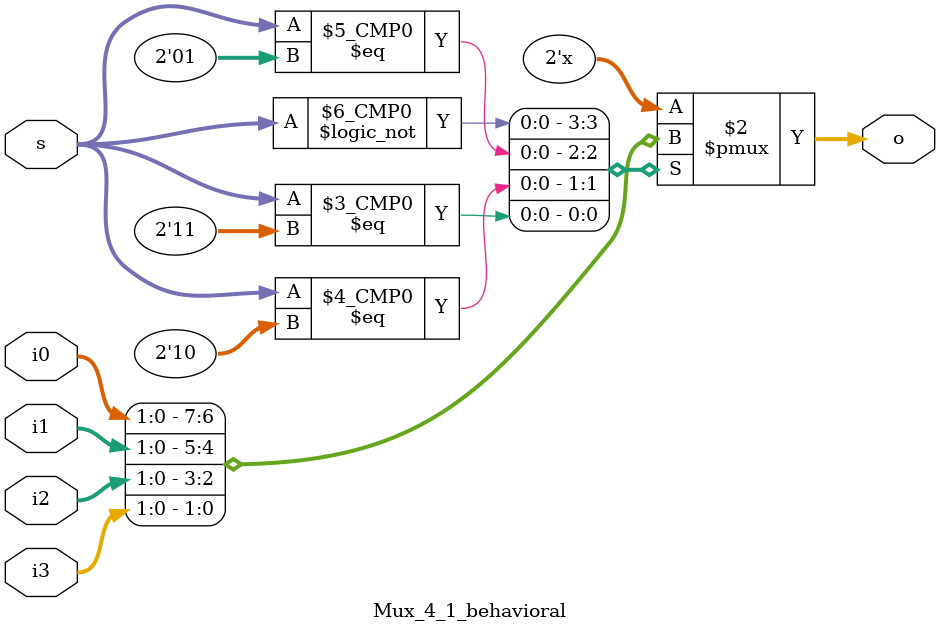
<source format=v>
`timescale 1ns / 1ps


module Mux_4_1_behavioral(i0, i1, i2, i3, s, o);
    input [1:0] i0, i1, i2, i3;
    input [1:0] s;
    output reg [1:0] o;

wire NS0, NS1;
wire [1:0] Y0, Y1, Y2, Y3;

always@(*)
begin
    case(s)
        2'b00: o = i0;
        2'b01: o = i1;
        2'b10: o = i2;
        2'b11: o = i3;
    endcase
end
 
endmodule

</source>
